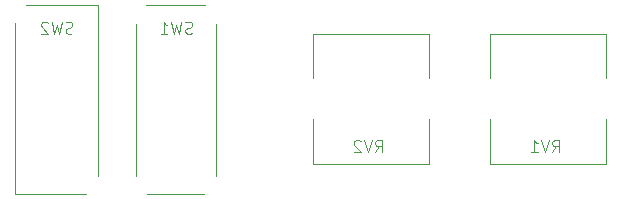
<source format=gbr>
%TF.GenerationSoftware,KiCad,Pcbnew,7.0.9*%
%TF.CreationDate,2023-12-17T20:03:09-08:00*%
%TF.ProjectId,schematic,73636865-6d61-4746-9963-2e6b69636164,rev?*%
%TF.SameCoordinates,Original*%
%TF.FileFunction,Legend,Bot*%
%TF.FilePolarity,Positive*%
%FSLAX46Y46*%
G04 Gerber Fmt 4.6, Leading zero omitted, Abs format (unit mm)*
G04 Created by KiCad (PCBNEW 7.0.9) date 2023-12-17 20:03:09*
%MOMM*%
%LPD*%
G01*
G04 APERTURE LIST*
%ADD10C,0.100000*%
%ADD11R,1.300000X1.300000*%
%ADD12C,1.300000*%
%ADD13C,1.600000*%
%ADD14O,1.600000X1.600000*%
%ADD15R,2.540000X2.540000*%
%ADD16C,2.540000*%
%ADD17R,2.000000X2.000000*%
%ADD18O,2.000000X2.000000*%
%ADD19C,2.500000*%
%ADD20C,2.000000*%
%ADD21O,2.000000X1.998980*%
%ADD22C,1.800000*%
%ADD23C,3.500000*%
G04 APERTURE END LIST*
D10*
X133459798Y-68957419D02*
X133793131Y-68481228D01*
X134031226Y-68957419D02*
X134031226Y-67957419D01*
X134031226Y-67957419D02*
X133650274Y-67957419D01*
X133650274Y-67957419D02*
X133555036Y-68005038D01*
X133555036Y-68005038D02*
X133507417Y-68052657D01*
X133507417Y-68052657D02*
X133459798Y-68147895D01*
X133459798Y-68147895D02*
X133459798Y-68290752D01*
X133459798Y-68290752D02*
X133507417Y-68385990D01*
X133507417Y-68385990D02*
X133555036Y-68433609D01*
X133555036Y-68433609D02*
X133650274Y-68481228D01*
X133650274Y-68481228D02*
X134031226Y-68481228D01*
X133174083Y-67957419D02*
X132840750Y-68957419D01*
X132840750Y-68957419D02*
X132507417Y-67957419D01*
X132221702Y-68052657D02*
X132174083Y-68005038D01*
X132174083Y-68005038D02*
X132078845Y-67957419D01*
X132078845Y-67957419D02*
X131840750Y-67957419D01*
X131840750Y-67957419D02*
X131745512Y-68005038D01*
X131745512Y-68005038D02*
X131697893Y-68052657D01*
X131697893Y-68052657D02*
X131650274Y-68147895D01*
X131650274Y-68147895D02*
X131650274Y-68243133D01*
X131650274Y-68243133D02*
X131697893Y-68385990D01*
X131697893Y-68385990D02*
X132269321Y-68957419D01*
X132269321Y-68957419D02*
X131650274Y-68957419D01*
X117958332Y-58909800D02*
X117815475Y-58957419D01*
X117815475Y-58957419D02*
X117577380Y-58957419D01*
X117577380Y-58957419D02*
X117482142Y-58909800D01*
X117482142Y-58909800D02*
X117434523Y-58862180D01*
X117434523Y-58862180D02*
X117386904Y-58766942D01*
X117386904Y-58766942D02*
X117386904Y-58671704D01*
X117386904Y-58671704D02*
X117434523Y-58576466D01*
X117434523Y-58576466D02*
X117482142Y-58528847D01*
X117482142Y-58528847D02*
X117577380Y-58481228D01*
X117577380Y-58481228D02*
X117767856Y-58433609D01*
X117767856Y-58433609D02*
X117863094Y-58385990D01*
X117863094Y-58385990D02*
X117910713Y-58338371D01*
X117910713Y-58338371D02*
X117958332Y-58243133D01*
X117958332Y-58243133D02*
X117958332Y-58147895D01*
X117958332Y-58147895D02*
X117910713Y-58052657D01*
X117910713Y-58052657D02*
X117863094Y-58005038D01*
X117863094Y-58005038D02*
X117767856Y-57957419D01*
X117767856Y-57957419D02*
X117529761Y-57957419D01*
X117529761Y-57957419D02*
X117386904Y-58005038D01*
X117053570Y-57957419D02*
X116815475Y-58957419D01*
X116815475Y-58957419D02*
X116624999Y-58243133D01*
X116624999Y-58243133D02*
X116434523Y-58957419D01*
X116434523Y-58957419D02*
X116196428Y-57957419D01*
X115291666Y-58957419D02*
X115863094Y-58957419D01*
X115577380Y-58957419D02*
X115577380Y-57957419D01*
X115577380Y-57957419D02*
X115672618Y-58100276D01*
X115672618Y-58100276D02*
X115767856Y-58195514D01*
X115767856Y-58195514D02*
X115863094Y-58243133D01*
X148459798Y-68957419D02*
X148793131Y-68481228D01*
X149031226Y-68957419D02*
X149031226Y-67957419D01*
X149031226Y-67957419D02*
X148650274Y-67957419D01*
X148650274Y-67957419D02*
X148555036Y-68005038D01*
X148555036Y-68005038D02*
X148507417Y-68052657D01*
X148507417Y-68052657D02*
X148459798Y-68147895D01*
X148459798Y-68147895D02*
X148459798Y-68290752D01*
X148459798Y-68290752D02*
X148507417Y-68385990D01*
X148507417Y-68385990D02*
X148555036Y-68433609D01*
X148555036Y-68433609D02*
X148650274Y-68481228D01*
X148650274Y-68481228D02*
X149031226Y-68481228D01*
X148174083Y-67957419D02*
X147840750Y-68957419D01*
X147840750Y-68957419D02*
X147507417Y-67957419D01*
X146650274Y-68957419D02*
X147221702Y-68957419D01*
X146935988Y-68957419D02*
X146935988Y-67957419D01*
X146935988Y-67957419D02*
X147031226Y-68100276D01*
X147031226Y-68100276D02*
X147126464Y-68195514D01*
X147126464Y-68195514D02*
X147221702Y-68243133D01*
X107833332Y-58909800D02*
X107690475Y-58957419D01*
X107690475Y-58957419D02*
X107452380Y-58957419D01*
X107452380Y-58957419D02*
X107357142Y-58909800D01*
X107357142Y-58909800D02*
X107309523Y-58862180D01*
X107309523Y-58862180D02*
X107261904Y-58766942D01*
X107261904Y-58766942D02*
X107261904Y-58671704D01*
X107261904Y-58671704D02*
X107309523Y-58576466D01*
X107309523Y-58576466D02*
X107357142Y-58528847D01*
X107357142Y-58528847D02*
X107452380Y-58481228D01*
X107452380Y-58481228D02*
X107642856Y-58433609D01*
X107642856Y-58433609D02*
X107738094Y-58385990D01*
X107738094Y-58385990D02*
X107785713Y-58338371D01*
X107785713Y-58338371D02*
X107833332Y-58243133D01*
X107833332Y-58243133D02*
X107833332Y-58147895D01*
X107833332Y-58147895D02*
X107785713Y-58052657D01*
X107785713Y-58052657D02*
X107738094Y-58005038D01*
X107738094Y-58005038D02*
X107642856Y-57957419D01*
X107642856Y-57957419D02*
X107404761Y-57957419D01*
X107404761Y-57957419D02*
X107261904Y-58005038D01*
X106928570Y-57957419D02*
X106690475Y-58957419D01*
X106690475Y-58957419D02*
X106499999Y-58243133D01*
X106499999Y-58243133D02*
X106309523Y-58957419D01*
X106309523Y-58957419D02*
X106071428Y-57957419D01*
X105738094Y-58052657D02*
X105690475Y-58005038D01*
X105690475Y-58005038D02*
X105595237Y-57957419D01*
X105595237Y-57957419D02*
X105357142Y-57957419D01*
X105357142Y-57957419D02*
X105261904Y-58005038D01*
X105261904Y-58005038D02*
X105214285Y-58052657D01*
X105214285Y-58052657D02*
X105166666Y-58147895D01*
X105166666Y-58147895D02*
X105166666Y-58243133D01*
X105166666Y-58243133D02*
X105214285Y-58385990D01*
X105214285Y-58385990D02*
X105785713Y-58957419D01*
X105785713Y-58957419D02*
X105166666Y-58957419D01*
%TO.C,RV2*%
X128200000Y-70000000D02*
X138000000Y-70000000D01*
X138000000Y-70000000D02*
X138000000Y-59000000D01*
X138000000Y-59000000D02*
X128200000Y-59000000D01*
X128200000Y-59000000D02*
X128200000Y-70000000D01*
%TO.C,SW1*%
X120000000Y-56500000D02*
X113250000Y-56500000D01*
X113250000Y-56500000D02*
X113250000Y-72500000D01*
X113250000Y-72500000D02*
X120000000Y-72500000D01*
X120000000Y-72500000D02*
X120000000Y-56500000D01*
%TO.C,RV1*%
X143200000Y-70000000D02*
X153000000Y-70000000D01*
X153000000Y-70000000D02*
X153000000Y-59000000D01*
X153000000Y-59000000D02*
X143200000Y-59000000D01*
X143200000Y-59000000D02*
X143200000Y-70000000D01*
%TO.C,SW2*%
X110000000Y-56500000D02*
X103000000Y-56500000D01*
X103000000Y-56500000D02*
X103000000Y-72500000D01*
X103000000Y-72500000D02*
X110000000Y-72500000D01*
X110000000Y-72500000D02*
X110000000Y-56500000D01*
%TD*%
%LPC*%
D11*
%TO.C,Q2*%
X121820000Y-78940000D03*
D12*
X120550000Y-80210000D03*
X121820000Y-81480000D03*
%TD*%
D13*
%TO.C,R6*%
X125330000Y-74690000D03*
D14*
X125330000Y-82310000D03*
%TD*%
D13*
%TO.C,C4*%
X152173560Y-108000000D03*
X152173560Y-113000000D03*
%TD*%
D15*
%TO.C,U2*%
X122610000Y-86000000D03*
D16*
X104830000Y-86000000D03*
X104830000Y-126640000D03*
X122610000Y-126640000D03*
%TD*%
D17*
%TO.C,D4*%
X139080000Y-81760000D03*
D18*
X144160000Y-81760000D03*
%TD*%
D17*
%TO.C,D1*%
X112760000Y-78660000D03*
D18*
X117840000Y-78660000D03*
%TD*%
D19*
%TO.C,L1*%
X138960000Y-52000000D03*
X144040000Y-52000000D03*
%TD*%
D11*
%TO.C,Q1*%
X105500000Y-79310000D03*
D12*
X104230000Y-80580000D03*
X105500000Y-81850000D03*
%TD*%
D13*
%TO.C,R9*%
X148000000Y-97190000D03*
D14*
X148000000Y-104810000D03*
%TD*%
D17*
%TO.C,D3*%
X139080000Y-78660000D03*
D18*
X144160000Y-78660000D03*
%TD*%
D13*
%TO.C,R8*%
X151730000Y-74715000D03*
D14*
X151730000Y-82335000D03*
%TD*%
D13*
%TO.C,R3*%
X135330000Y-82310000D03*
D14*
X135330000Y-74690000D03*
%TD*%
D13*
%TO.C,R4*%
X109010000Y-82260000D03*
D14*
X109010000Y-74640000D03*
%TD*%
D20*
%TO.C,U3*%
X138250000Y-88255000D03*
X141750000Y-88255000D03*
X129614000Y-88255000D03*
X133114000Y-88255000D03*
X131872000Y-106035000D03*
X134412000Y-106035000D03*
X136952000Y-106035000D03*
X139492000Y-106035000D03*
%TD*%
D17*
%TO.C,U1*%
X149414560Y-128240000D03*
D20*
X149414560Y-125700000D03*
X149414560Y-123160000D03*
X149414560Y-120620000D03*
X149414560Y-118080000D03*
X149414560Y-115540000D03*
X149414560Y-113000000D03*
D21*
X133250000Y-113000000D03*
D20*
X133250000Y-115540000D03*
X133250000Y-118080000D03*
X133250000Y-120620000D03*
X133250000Y-123160000D03*
X133250000Y-125700000D03*
X133250000Y-128240000D03*
%TD*%
D13*
%TO.C,R11*%
X154000000Y-97190000D03*
D14*
X154000000Y-104810000D03*
%TD*%
D13*
%TO.C,R5*%
X115160000Y-75560000D03*
D14*
X122780000Y-75560000D03*
%TD*%
D13*
%TO.C,R7*%
X141560000Y-75610000D03*
D14*
X149180000Y-75610000D03*
%TD*%
D13*
%TO.C,R2*%
X132330000Y-82310000D03*
D14*
X132330000Y-74690000D03*
%TD*%
D13*
%TO.C,C1*%
X131122000Y-128240000D03*
X126122000Y-128240000D03*
%TD*%
%TO.C,C2*%
X131122000Y-131590000D03*
X126122000Y-131590000D03*
%TD*%
D11*
%TO.C,Q3*%
X148220000Y-78940000D03*
D12*
X146950000Y-80210000D03*
X148220000Y-81480000D03*
%TD*%
D13*
%TO.C,R10*%
X151000000Y-97190000D03*
D14*
X151000000Y-104810000D03*
%TD*%
D13*
%TO.C,C3*%
X152173560Y-120540000D03*
X152173560Y-115540000D03*
%TD*%
%TO.C,R1*%
X129330000Y-82310000D03*
D14*
X129330000Y-74690000D03*
%TD*%
D19*
%TO.C,V1*%
X116580000Y-132545000D03*
X111500000Y-132545000D03*
%TD*%
D17*
%TO.C,D2*%
X112760000Y-81760000D03*
D18*
X117840000Y-81760000D03*
%TD*%
D22*
%TO.C,RV2*%
X130600000Y-57500000D03*
X133100000Y-57500000D03*
X135600000Y-57500000D03*
D23*
X128450000Y-64500000D03*
X137750000Y-64500000D03*
%TD*%
D13*
%TO.C,SW1*%
X117895000Y-64500000D03*
X117895000Y-60500000D03*
X117895000Y-68500000D03*
X115355000Y-64500000D03*
X115355000Y-60500000D03*
X115355000Y-68500000D03*
D20*
X120000000Y-57100000D03*
X113250000Y-57100000D03*
X120000000Y-72100000D03*
X113250000Y-72100000D03*
%TD*%
D22*
%TO.C,RV1*%
X145600000Y-57500000D03*
X148100000Y-57500000D03*
X150600000Y-57500000D03*
D23*
X143450000Y-64500000D03*
X152750000Y-64500000D03*
%TD*%
D13*
%TO.C,SW2*%
X108000000Y-60500000D03*
X108000000Y-64500000D03*
X108000000Y-68500000D03*
X108000000Y-66500000D03*
X105000000Y-60500000D03*
X105000000Y-64500000D03*
X105000000Y-68500000D03*
X105000000Y-66500000D03*
D20*
X103000000Y-57010000D03*
X110000000Y-72090000D03*
%TD*%
%LPD*%
M02*

</source>
